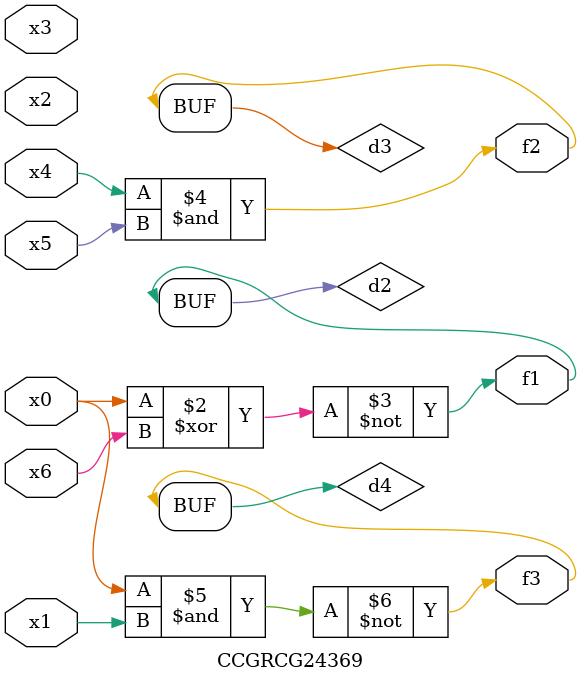
<source format=v>
module CCGRCG24369(
	input x0, x1, x2, x3, x4, x5, x6,
	output f1, f2, f3
);

	wire d1, d2, d3, d4;

	nor (d1, x0);
	xnor (d2, x0, x6);
	and (d3, x4, x5);
	nand (d4, x0, x1);
	assign f1 = d2;
	assign f2 = d3;
	assign f3 = d4;
endmodule

</source>
